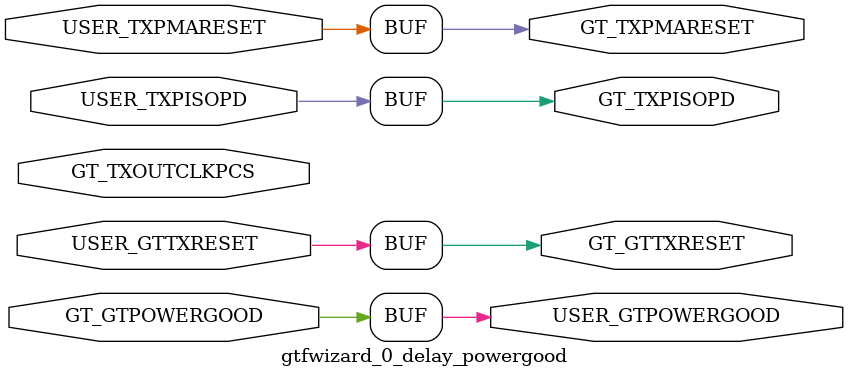
<source format=v>
/*
Copyright (c) 2023, Advanced Micro Devices, Inc. All rights reserved.
SPDX-License-Identifier: MIT
*/

//------------------------------------------------------------------------------


//------{
`timescale 1ps/1ps

`default_nettype none
(* DowngradeIPIdentifiedWarnings="yes" *)
module gtfwizard_0_delay_powergood # (
  parameter C_USER_GTPOWERGOOD_DELAY_EN = 0
)(
  input wire GT_TXOUTCLKPCS,

  input wire GT_GTPOWERGOOD,
  input wire USER_GTTXRESET,
  input wire USER_TXPMARESET,
  input wire USER_TXPISOPD,

  output wire USER_GTPOWERGOOD,
  output wire GT_GTTXRESET,
  output wire GT_TXPMARESET,
  output wire GT_TXPISOPD
);

generate if (C_USER_GTPOWERGOOD_DELAY_EN == 0)
begin : gen_powergood_nodelay
  assign GT_TXPISOPD      = USER_TXPISOPD;
  assign GT_GTTXRESET     = USER_GTTXRESET;
  assign GT_TXPMARESET    = USER_TXPMARESET;
  assign USER_GTPOWERGOOD = GT_GTPOWERGOOD;
end
else
begin: gen_powergood_delay
  (*  ASYNC_REG = "TRUE", SHREG_EXTRACT = "NO" *) reg [4:0] intclk_rrst_n_r = 5'd0;
  (*  ASYNC_REG = "TRUE", SHREG_EXTRACT = "NO" *) reg [8:0] wait_cnt;
  (*  ASYNC_REG = "TRUE", SHREG_EXTRACT = "NO" *) (* KEEP = "TRUE" *) reg int_pwr_on_fsm = 1'b0;
  (*  ASYNC_REG = "TRUE", SHREG_EXTRACT = "NO" *) (* KEEP = "TRUE" *) reg pwr_on_fsm = 1'b0;
  wire intclk_rrst_n;
  
  //--------------------------------------------------------------------------
  //  POWER ON FSM Encoding
  //-------------------------------------------------------------------------- 
  localparam PWR_ON_WAIT_CNT           = 1'b0;
  localparam PWR_ON_DONE               = 1'b1; 
  
  //--------------------------------------------------------------------------------------------------
  //  Reset Synchronizer
  //--------------------------------------------------------------------------------------------------
  always @ (posedge GT_TXOUTCLKPCS or negedge GT_GTPOWERGOOD)
  begin
      if (!GT_GTPOWERGOOD)
          intclk_rrst_n_r <= 5'd0;
      else if(!int_pwr_on_fsm)
          intclk_rrst_n_r <= {intclk_rrst_n_r[3:0], 1'd1}; 
  end

  assign intclk_rrst_n = intclk_rrst_n_r[4];

  //--------------------------------------------------------------------------------------------------
  //  Wait counter 
  //--------------------------------------------------------------------------------------------------
  always @ (posedge GT_TXOUTCLKPCS)
  begin
    if (!intclk_rrst_n)
    	wait_cnt <= 9'd0;
    else begin
    	if (int_pwr_on_fsm == PWR_ON_WAIT_CNT)
    		wait_cnt <= {wait_cnt[7:0],1'b1};
    	else
    		wait_cnt <= wait_cnt;
    end
  end

  //--------------------------------------------------------------------------------------------------
  // Power On FSM
  //--------------------------------------------------------------------------------------------------

  always @ (posedge GT_TXOUTCLKPCS or negedge GT_GTPOWERGOOD)
  begin
    if (!GT_GTPOWERGOOD)
    begin
      int_pwr_on_fsm <= PWR_ON_WAIT_CNT;
    end
    else begin
      case (int_pwr_on_fsm)
        PWR_ON_WAIT_CNT :
          begin
            int_pwr_on_fsm <= (wait_cnt[7] == 1'b1) ? PWR_ON_DONE : PWR_ON_WAIT_CNT;
          end 

        PWR_ON_DONE :
          begin
            int_pwr_on_fsm <= PWR_ON_DONE;
          end

        default :
        begin
          int_pwr_on_fsm <= PWR_ON_WAIT_CNT;
        end
      endcase
    end
  end

  always @(posedge GT_TXOUTCLKPCS)
    pwr_on_fsm <= int_pwr_on_fsm;

  assign GT_TXPISOPD      = pwr_on_fsm ? USER_TXPISOPD : 1'b1;
  assign GT_GTTXRESET     = pwr_on_fsm ? USER_GTTXRESET : !GT_GTPOWERGOOD;
  assign GT_TXPMARESET    = pwr_on_fsm ? USER_TXPMARESET : 1'b0;
  assign USER_GTPOWERGOOD = pwr_on_fsm; 

end
endgenerate

endmodule
`default_nettype wire
//------}

</source>
